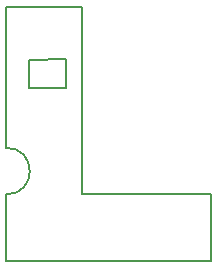
<source format=gm1>
G04 #@! TF.GenerationSoftware,KiCad,Pcbnew,(5.0.2)-1*
G04 #@! TF.CreationDate,2019-05-16T23:08:13-04:00*
G04 #@! TF.ProjectId,g935f-pwr,67393335-662d-4707-9772-2e6b69636164,V2*
G04 #@! TF.SameCoordinates,Original*
G04 #@! TF.FileFunction,Profile,NP*
%FSLAX46Y46*%
G04 Gerber Fmt 4.6, Leading zero omitted, Abs format (unit mm)*
G04 Created by KiCad (PCBNEW (5.0.2)-1) date 5/16/2019 11:08:13 PM*
%MOMM*%
%LPD*%
G01*
G04 APERTURE LIST*
%ADD10C,0.150000*%
%ADD11C,0.200000*%
G04 APERTURE END LIST*
D10*
X37084000Y-106095800D02*
G75*
G02X37084000Y-110058200I0J-1981200D01*
G01*
X42135045Y-98628200D02*
X38977445Y-98629520D01*
X42135045Y-101015800D02*
X42135045Y-98633280D01*
X38977445Y-101017120D02*
X42135045Y-101015800D01*
X38977445Y-98629520D02*
X38977445Y-101017120D01*
D11*
X37084000Y-94183200D02*
X43510200Y-94183200D01*
X37084000Y-115697000D02*
X54432200Y-115722400D01*
X54432200Y-115722400D02*
X54432200Y-110007400D01*
X37084000Y-110058200D02*
X37084000Y-115697000D01*
X43510200Y-110007400D02*
X43510200Y-94183200D01*
X37084000Y-94183200D02*
X37084000Y-106095800D01*
X54432200Y-110007400D02*
X43510200Y-110007400D01*
M02*

</source>
